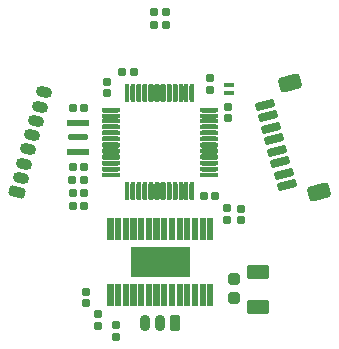
<source format=gbr>
%TF.GenerationSoftware,KiCad,Pcbnew,(6.0.0)*%
%TF.CreationDate,2022-02-06T18:29:28+08:00*%
%TF.ProjectId,STM32_FOC,53544d33-325f-4464-9f43-2e6b69636164,rev?*%
%TF.SameCoordinates,Original*%
%TF.FileFunction,Soldermask,Top*%
%TF.FilePolarity,Negative*%
%FSLAX46Y46*%
G04 Gerber Fmt 4.6, Leading zero omitted, Abs format (unit mm)*
G04 Created by KiCad (PCBNEW (6.0.0)) date 2022-02-06 18:29:28*
%MOMM*%
%LPD*%
G01*
G04 APERTURE LIST*
G04 Aperture macros list*
%AMRoundRect*
0 Rectangle with rounded corners*
0 $1 Rounding radius*
0 $2 $3 $4 $5 $6 $7 $8 $9 X,Y pos of 4 corners*
0 Add a 4 corners polygon primitive as box body*
4,1,4,$2,$3,$4,$5,$6,$7,$8,$9,$2,$3,0*
0 Add four circle primitives for the rounded corners*
1,1,$1+$1,$2,$3*
1,1,$1+$1,$4,$5*
1,1,$1+$1,$6,$7*
1,1,$1+$1,$8,$9*
0 Add four rect primitives between the rounded corners*
20,1,$1+$1,$2,$3,$4,$5,0*
20,1,$1+$1,$4,$5,$6,$7,0*
20,1,$1+$1,$6,$7,$8,$9,0*
20,1,$1+$1,$8,$9,$2,$3,0*%
%AMHorizOval*
0 Thick line with rounded ends*
0 $1 width*
0 $2 $3 position (X,Y) of the first rounded end (center of the circle)*
0 $4 $5 position (X,Y) of the second rounded end (center of the circle)*
0 Add line between two ends*
20,1,$1,$2,$3,$4,$5,0*
0 Add two circle primitives to create the rounded ends*
1,1,$1,$2,$3*
1,1,$1,$4,$5*%
G04 Aperture macros list end*
%ADD10C,0.010000*%
%ADD11RoundRect,0.191000X0.140000X0.170000X-0.140000X0.170000X-0.140000X-0.170000X0.140000X-0.170000X0*%
%ADD12RoundRect,0.191000X0.170000X-0.140000X0.170000X0.140000X-0.170000X0.140000X-0.170000X-0.140000X0*%
%ADD13RoundRect,0.191000X-0.140000X-0.170000X0.140000X-0.170000X0.140000X0.170000X-0.140000X0.170000X0*%
%ADD14RoundRect,0.191000X-0.170000X0.140000X-0.170000X-0.140000X0.170000X-0.140000X0.170000X0.140000X0*%
%ADD15RoundRect,0.126000X0.325000X-0.075000X0.325000X0.075000X-0.325000X0.075000X-0.325000X-0.075000X0*%
%ADD16RoundRect,0.186000X0.135000X0.185000X-0.135000X0.185000X-0.135000X-0.185000X0.135000X-0.185000X0*%
%ADD17RoundRect,0.186000X-0.185000X0.135000X-0.185000X-0.135000X0.185000X-0.135000X0.185000X0.135000X0*%
%ADD18RoundRect,0.051000X0.900000X-0.200000X0.900000X0.200000X-0.900000X0.200000X-0.900000X-0.200000X0*%
%ADD19RoundRect,0.051000X0.800000X-0.200000X0.800000X0.200000X-0.800000X0.200000X-0.800000X-0.200000X0*%
%ADD20RoundRect,0.301000X0.650000X-0.325000X0.650000X0.325000X-0.650000X0.325000X-0.650000X-0.325000X0*%
%ADD21RoundRect,0.198500X0.147500X0.172500X-0.147500X0.172500X-0.147500X-0.172500X0.147500X-0.172500X0*%
%ADD22RoundRect,0.186000X0.185000X-0.135000X0.185000X0.135000X-0.185000X0.135000X-0.185000X-0.135000X0*%
%ADD23RoundRect,0.126000X-0.662500X-0.075000X0.662500X-0.075000X0.662500X0.075000X-0.662500X0.075000X0*%
%ADD24RoundRect,0.126000X-0.075000X-0.662500X0.075000X-0.662500X0.075000X0.662500X-0.075000X0.662500X0*%
%ADD25RoundRect,0.201000X-0.642526X-0.016873X-0.564881X-0.306651X0.642526X0.016873X0.564881X0.306651X0*%
%ADD26RoundRect,0.301000X-0.718438X0.169842X-0.537265X-0.506306X0.718438X-0.169842X0.537265X0.506306X0*%
%ADD27RoundRect,0.186000X-0.135000X-0.185000X0.135000X-0.185000X0.135000X0.185000X-0.135000X0.185000X0*%
%ADD28RoundRect,0.276000X0.250000X-0.225000X0.250000X0.225000X-0.250000X0.225000X-0.250000X-0.225000X0*%
%ADD29RoundRect,0.251000X0.382903X-0.309654X0.486430X0.076717X-0.382903X0.309654X-0.486430X-0.076717X0*%
%ADD30HorizOval,0.902000X-0.241481X0.064705X0.241481X-0.064705X0*%
%ADD31RoundRect,0.251000X0.200000X0.450000X-0.200000X0.450000X-0.200000X-0.450000X0.200000X-0.450000X0*%
%ADD32O,0.902000X1.402000*%
G04 APERTURE END LIST*
D10*
%TO.C,U4*%
X99455000Y-110787500D02*
X99455000Y-109047500D01*
X99455000Y-109047500D02*
X99895000Y-109047500D01*
X99895000Y-109047500D02*
X99895000Y-110787500D01*
X99895000Y-110787500D02*
X99455000Y-110787500D01*
G36*
X99895000Y-110787500D02*
G01*
X99455000Y-110787500D01*
X99455000Y-109047500D01*
X99895000Y-109047500D01*
X99895000Y-110787500D01*
G37*
X99895000Y-110787500D02*
X99455000Y-110787500D01*
X99455000Y-109047500D01*
X99895000Y-109047500D01*
X99895000Y-110787500D01*
X96205000Y-110787500D02*
X96205000Y-109047500D01*
X96205000Y-109047500D02*
X96645000Y-109047500D01*
X96645000Y-109047500D02*
X96645000Y-110787500D01*
X96645000Y-110787500D02*
X96205000Y-110787500D01*
G36*
X96645000Y-110787500D02*
G01*
X96205000Y-110787500D01*
X96205000Y-109047500D01*
X96645000Y-109047500D01*
X96645000Y-110787500D01*
G37*
X96645000Y-110787500D02*
X96205000Y-110787500D01*
X96205000Y-109047500D01*
X96645000Y-109047500D01*
X96645000Y-110787500D01*
X101405000Y-105187500D02*
X101405000Y-103447500D01*
X101405000Y-103447500D02*
X101845000Y-103447500D01*
X101845000Y-103447500D02*
X101845000Y-105187500D01*
X101845000Y-105187500D02*
X101405000Y-105187500D01*
G36*
X101845000Y-105187500D02*
G01*
X101405000Y-105187500D01*
X101405000Y-103447500D01*
X101845000Y-103447500D01*
X101845000Y-105187500D01*
G37*
X101845000Y-105187500D02*
X101405000Y-105187500D01*
X101405000Y-103447500D01*
X101845000Y-103447500D01*
X101845000Y-105187500D01*
X98155000Y-105187500D02*
X98155000Y-103447500D01*
X98155000Y-103447500D02*
X98595000Y-103447500D01*
X98595000Y-103447500D02*
X98595000Y-105187500D01*
X98595000Y-105187500D02*
X98155000Y-105187500D01*
G36*
X98595000Y-105187500D02*
G01*
X98155000Y-105187500D01*
X98155000Y-103447500D01*
X98595000Y-103447500D01*
X98595000Y-105187500D01*
G37*
X98595000Y-105187500D02*
X98155000Y-105187500D01*
X98155000Y-103447500D01*
X98595000Y-103447500D01*
X98595000Y-105187500D01*
X104005000Y-105187500D02*
X104005000Y-103447500D01*
X104005000Y-103447500D02*
X104445000Y-103447500D01*
X104445000Y-103447500D02*
X104445000Y-105187500D01*
X104445000Y-105187500D02*
X104005000Y-105187500D01*
G36*
X104445000Y-105187500D02*
G01*
X104005000Y-105187500D01*
X104005000Y-103447500D01*
X104445000Y-103447500D01*
X104445000Y-105187500D01*
G37*
X104445000Y-105187500D02*
X104005000Y-105187500D01*
X104005000Y-103447500D01*
X104445000Y-103447500D01*
X104445000Y-105187500D01*
X102055000Y-110787500D02*
X102055000Y-109047500D01*
X102055000Y-109047500D02*
X102495000Y-109047500D01*
X102495000Y-109047500D02*
X102495000Y-110787500D01*
X102495000Y-110787500D02*
X102055000Y-110787500D01*
G36*
X102495000Y-110787500D02*
G01*
X102055000Y-110787500D01*
X102055000Y-109047500D01*
X102495000Y-109047500D01*
X102495000Y-110787500D01*
G37*
X102495000Y-110787500D02*
X102055000Y-110787500D01*
X102055000Y-109047500D01*
X102495000Y-109047500D01*
X102495000Y-110787500D01*
X95555000Y-105187500D02*
X95555000Y-103447500D01*
X95555000Y-103447500D02*
X95995000Y-103447500D01*
X95995000Y-103447500D02*
X95995000Y-105187500D01*
X95995000Y-105187500D02*
X95555000Y-105187500D01*
G36*
X95995000Y-105187500D02*
G01*
X95555000Y-105187500D01*
X95555000Y-103447500D01*
X95995000Y-103447500D01*
X95995000Y-105187500D01*
G37*
X95995000Y-105187500D02*
X95555000Y-105187500D01*
X95555000Y-103447500D01*
X95995000Y-103447500D01*
X95995000Y-105187500D01*
X100105000Y-110787500D02*
X100105000Y-109047500D01*
X100105000Y-109047500D02*
X100545000Y-109047500D01*
X100545000Y-109047500D02*
X100545000Y-110787500D01*
X100545000Y-110787500D02*
X100105000Y-110787500D01*
G36*
X100545000Y-110787500D02*
G01*
X100105000Y-110787500D01*
X100105000Y-109047500D01*
X100545000Y-109047500D01*
X100545000Y-110787500D01*
G37*
X100545000Y-110787500D02*
X100105000Y-110787500D01*
X100105000Y-109047500D01*
X100545000Y-109047500D01*
X100545000Y-110787500D01*
X95555000Y-110787500D02*
X95555000Y-109047500D01*
X95555000Y-109047500D02*
X95995000Y-109047500D01*
X95995000Y-109047500D02*
X95995000Y-110787500D01*
X95995000Y-110787500D02*
X95555000Y-110787500D01*
G36*
X95995000Y-110787500D02*
G01*
X95555000Y-110787500D01*
X95555000Y-109047500D01*
X95995000Y-109047500D01*
X95995000Y-110787500D01*
G37*
X95995000Y-110787500D02*
X95555000Y-110787500D01*
X95555000Y-109047500D01*
X95995000Y-109047500D01*
X95995000Y-110787500D01*
X100755000Y-110787500D02*
X100755000Y-109047500D01*
X100755000Y-109047500D02*
X101195000Y-109047500D01*
X101195000Y-109047500D02*
X101195000Y-110787500D01*
X101195000Y-110787500D02*
X100755000Y-110787500D01*
G36*
X101195000Y-110787500D02*
G01*
X100755000Y-110787500D01*
X100755000Y-109047500D01*
X101195000Y-109047500D01*
X101195000Y-110787500D01*
G37*
X101195000Y-110787500D02*
X100755000Y-110787500D01*
X100755000Y-109047500D01*
X101195000Y-109047500D01*
X101195000Y-110787500D01*
X103355000Y-110787500D02*
X103355000Y-109047500D01*
X103355000Y-109047500D02*
X103795000Y-109047500D01*
X103795000Y-109047500D02*
X103795000Y-110787500D01*
X103795000Y-110787500D02*
X103355000Y-110787500D01*
G36*
X103795000Y-110787500D02*
G01*
X103355000Y-110787500D01*
X103355000Y-109047500D01*
X103795000Y-109047500D01*
X103795000Y-110787500D01*
G37*
X103795000Y-110787500D02*
X103355000Y-110787500D01*
X103355000Y-109047500D01*
X103795000Y-109047500D01*
X103795000Y-110787500D01*
X102055000Y-105187500D02*
X102055000Y-103447500D01*
X102055000Y-103447500D02*
X102495000Y-103447500D01*
X102495000Y-103447500D02*
X102495000Y-105187500D01*
X102495000Y-105187500D02*
X102055000Y-105187500D01*
G36*
X102495000Y-105187500D02*
G01*
X102055000Y-105187500D01*
X102055000Y-103447500D01*
X102495000Y-103447500D01*
X102495000Y-105187500D01*
G37*
X102495000Y-105187500D02*
X102055000Y-105187500D01*
X102055000Y-103447500D01*
X102495000Y-103447500D01*
X102495000Y-105187500D01*
X96855000Y-105187500D02*
X96855000Y-103447500D01*
X96855000Y-103447500D02*
X97295000Y-103447500D01*
X97295000Y-103447500D02*
X97295000Y-105187500D01*
X97295000Y-105187500D02*
X96855000Y-105187500D01*
G36*
X97295000Y-105187500D02*
G01*
X96855000Y-105187500D01*
X96855000Y-103447500D01*
X97295000Y-103447500D01*
X97295000Y-105187500D01*
G37*
X97295000Y-105187500D02*
X96855000Y-105187500D01*
X96855000Y-103447500D01*
X97295000Y-103447500D01*
X97295000Y-105187500D01*
X103355000Y-105187500D02*
X103355000Y-103447500D01*
X103355000Y-103447500D02*
X103795000Y-103447500D01*
X103795000Y-103447500D02*
X103795000Y-105187500D01*
X103795000Y-105187500D02*
X103355000Y-105187500D01*
G36*
X103795000Y-105187500D02*
G01*
X103355000Y-105187500D01*
X103355000Y-103447500D01*
X103795000Y-103447500D01*
X103795000Y-105187500D01*
G37*
X103795000Y-105187500D02*
X103355000Y-105187500D01*
X103355000Y-103447500D01*
X103795000Y-103447500D01*
X103795000Y-105187500D01*
X100105000Y-105187500D02*
X100105000Y-103447500D01*
X100105000Y-103447500D02*
X100545000Y-103447500D01*
X100545000Y-103447500D02*
X100545000Y-105187500D01*
X100545000Y-105187500D02*
X100105000Y-105187500D01*
G36*
X100545000Y-105187500D02*
G01*
X100105000Y-105187500D01*
X100105000Y-103447500D01*
X100545000Y-103447500D01*
X100545000Y-105187500D01*
G37*
X100545000Y-105187500D02*
X100105000Y-105187500D01*
X100105000Y-103447500D01*
X100545000Y-103447500D01*
X100545000Y-105187500D01*
X96205000Y-105187500D02*
X96205000Y-103447500D01*
X96205000Y-103447500D02*
X96645000Y-103447500D01*
X96645000Y-103447500D02*
X96645000Y-105187500D01*
X96645000Y-105187500D02*
X96205000Y-105187500D01*
G36*
X96645000Y-105187500D02*
G01*
X96205000Y-105187500D01*
X96205000Y-103447500D01*
X96645000Y-103447500D01*
X96645000Y-105187500D01*
G37*
X96645000Y-105187500D02*
X96205000Y-105187500D01*
X96205000Y-103447500D01*
X96645000Y-103447500D01*
X96645000Y-105187500D01*
X98805000Y-105187500D02*
X98805000Y-103447500D01*
X98805000Y-103447500D02*
X99245000Y-103447500D01*
X99245000Y-103447500D02*
X99245000Y-105187500D01*
X99245000Y-105187500D02*
X98805000Y-105187500D01*
G36*
X99245000Y-105187500D02*
G01*
X98805000Y-105187500D01*
X98805000Y-103447500D01*
X99245000Y-103447500D01*
X99245000Y-105187500D01*
G37*
X99245000Y-105187500D02*
X98805000Y-105187500D01*
X98805000Y-103447500D01*
X99245000Y-103447500D01*
X99245000Y-105187500D01*
X98155000Y-110787500D02*
X98155000Y-109047500D01*
X98155000Y-109047500D02*
X98595000Y-109047500D01*
X98595000Y-109047500D02*
X98595000Y-110787500D01*
X98595000Y-110787500D02*
X98155000Y-110787500D01*
G36*
X98595000Y-110787500D02*
G01*
X98155000Y-110787500D01*
X98155000Y-109047500D01*
X98595000Y-109047500D01*
X98595000Y-110787500D01*
G37*
X98595000Y-110787500D02*
X98155000Y-110787500D01*
X98155000Y-109047500D01*
X98595000Y-109047500D01*
X98595000Y-110787500D01*
X102705000Y-110787500D02*
X102705000Y-109047500D01*
X102705000Y-109047500D02*
X103145000Y-109047500D01*
X103145000Y-109047500D02*
X103145000Y-110787500D01*
X103145000Y-110787500D02*
X102705000Y-110787500D01*
G36*
X103145000Y-110787500D02*
G01*
X102705000Y-110787500D01*
X102705000Y-109047500D01*
X103145000Y-109047500D01*
X103145000Y-110787500D01*
G37*
X103145000Y-110787500D02*
X102705000Y-110787500D01*
X102705000Y-109047500D01*
X103145000Y-109047500D01*
X103145000Y-110787500D01*
X98805000Y-110787500D02*
X98805000Y-109047500D01*
X98805000Y-109047500D02*
X99245000Y-109047500D01*
X99245000Y-109047500D02*
X99245000Y-110787500D01*
X99245000Y-110787500D02*
X98805000Y-110787500D01*
G36*
X99245000Y-110787500D02*
G01*
X98805000Y-110787500D01*
X98805000Y-109047500D01*
X99245000Y-109047500D01*
X99245000Y-110787500D01*
G37*
X99245000Y-110787500D02*
X98805000Y-110787500D01*
X98805000Y-109047500D01*
X99245000Y-109047500D01*
X99245000Y-110787500D01*
X97505000Y-110787500D02*
X97505000Y-109047500D01*
X97505000Y-109047500D02*
X97945000Y-109047500D01*
X97945000Y-109047500D02*
X97945000Y-110787500D01*
X97945000Y-110787500D02*
X97505000Y-110787500D01*
G36*
X97945000Y-110787500D02*
G01*
X97505000Y-110787500D01*
X97505000Y-109047500D01*
X97945000Y-109047500D01*
X97945000Y-110787500D01*
G37*
X97945000Y-110787500D02*
X97505000Y-110787500D01*
X97505000Y-109047500D01*
X97945000Y-109047500D01*
X97945000Y-110787500D01*
X99455000Y-105187500D02*
X99455000Y-103447500D01*
X99455000Y-103447500D02*
X99895000Y-103447500D01*
X99895000Y-103447500D02*
X99895000Y-105187500D01*
X99895000Y-105187500D02*
X99455000Y-105187500D01*
G36*
X99895000Y-105187500D02*
G01*
X99455000Y-105187500D01*
X99455000Y-103447500D01*
X99895000Y-103447500D01*
X99895000Y-105187500D01*
G37*
X99895000Y-105187500D02*
X99455000Y-105187500D01*
X99455000Y-103447500D01*
X99895000Y-103447500D01*
X99895000Y-105187500D01*
X96855000Y-110787500D02*
X96855000Y-109047500D01*
X96855000Y-109047500D02*
X97295000Y-109047500D01*
X97295000Y-109047500D02*
X97295000Y-110787500D01*
X97295000Y-110787500D02*
X96855000Y-110787500D01*
G36*
X97295000Y-110787500D02*
G01*
X96855000Y-110787500D01*
X96855000Y-109047500D01*
X97295000Y-109047500D01*
X97295000Y-110787500D01*
G37*
X97295000Y-110787500D02*
X96855000Y-110787500D01*
X96855000Y-109047500D01*
X97295000Y-109047500D01*
X97295000Y-110787500D01*
X101405000Y-110787500D02*
X101405000Y-109047500D01*
X101405000Y-109047500D02*
X101845000Y-109047500D01*
X101845000Y-109047500D02*
X101845000Y-110787500D01*
X101845000Y-110787500D02*
X101405000Y-110787500D01*
G36*
X101845000Y-110787500D02*
G01*
X101405000Y-110787500D01*
X101405000Y-109047500D01*
X101845000Y-109047500D01*
X101845000Y-110787500D01*
G37*
X101845000Y-110787500D02*
X101405000Y-110787500D01*
X101405000Y-109047500D01*
X101845000Y-109047500D01*
X101845000Y-110787500D01*
X97520000Y-108317500D02*
X97520000Y-105917500D01*
X97520000Y-105917500D02*
X102480000Y-105917500D01*
X102480000Y-105917500D02*
X102480000Y-108317500D01*
X102480000Y-108317500D02*
X97520000Y-108317500D01*
G36*
X102480000Y-108317500D02*
G01*
X97520000Y-108317500D01*
X97520000Y-105917500D01*
X102480000Y-105917500D01*
X102480000Y-108317500D01*
G37*
X102480000Y-108317500D02*
X97520000Y-108317500D01*
X97520000Y-105917500D01*
X102480000Y-105917500D01*
X102480000Y-108317500D01*
X102705000Y-105187500D02*
X102705000Y-103447500D01*
X102705000Y-103447500D02*
X103145000Y-103447500D01*
X103145000Y-103447500D02*
X103145000Y-105187500D01*
X103145000Y-105187500D02*
X102705000Y-105187500D01*
G36*
X103145000Y-105187500D02*
G01*
X102705000Y-105187500D01*
X102705000Y-103447500D01*
X103145000Y-103447500D01*
X103145000Y-105187500D01*
G37*
X103145000Y-105187500D02*
X102705000Y-105187500D01*
X102705000Y-103447500D01*
X103145000Y-103447500D01*
X103145000Y-105187500D01*
X97505000Y-105187500D02*
X97505000Y-103447500D01*
X97505000Y-103447500D02*
X97945000Y-103447500D01*
X97945000Y-103447500D02*
X97945000Y-105187500D01*
X97945000Y-105187500D02*
X97505000Y-105187500D01*
G36*
X97945000Y-105187500D02*
G01*
X97505000Y-105187500D01*
X97505000Y-103447500D01*
X97945000Y-103447500D01*
X97945000Y-105187500D01*
G37*
X97945000Y-105187500D02*
X97505000Y-105187500D01*
X97505000Y-103447500D01*
X97945000Y-103447500D01*
X97945000Y-105187500D01*
X100755000Y-105187500D02*
X100755000Y-103447500D01*
X100755000Y-103447500D02*
X101195000Y-103447500D01*
X101195000Y-103447500D02*
X101195000Y-105187500D01*
X101195000Y-105187500D02*
X100755000Y-105187500D01*
G36*
X101195000Y-105187500D02*
G01*
X100755000Y-105187500D01*
X100755000Y-103447500D01*
X101195000Y-103447500D01*
X101195000Y-105187500D01*
G37*
X101195000Y-105187500D02*
X100755000Y-105187500D01*
X100755000Y-103447500D01*
X101195000Y-103447500D01*
X101195000Y-105187500D01*
X104005000Y-110787500D02*
X104005000Y-109047500D01*
X104005000Y-109047500D02*
X104445000Y-109047500D01*
X104445000Y-109047500D02*
X104445000Y-110787500D01*
X104445000Y-110787500D02*
X104005000Y-110787500D01*
G36*
X104445000Y-110787500D02*
G01*
X104005000Y-110787500D01*
X104005000Y-109047500D01*
X104445000Y-109047500D01*
X104445000Y-110787500D01*
G37*
X104445000Y-110787500D02*
X104005000Y-110787500D01*
X104005000Y-109047500D01*
X104445000Y-109047500D01*
X104445000Y-110787500D01*
X99455000Y-110787500D02*
X99455000Y-109047500D01*
X99455000Y-109047500D02*
X99895000Y-109047500D01*
X99895000Y-109047500D02*
X99895000Y-110787500D01*
X99895000Y-110787500D02*
X99455000Y-110787500D01*
G36*
X99895000Y-110787500D02*
G01*
X99455000Y-110787500D01*
X99455000Y-109047500D01*
X99895000Y-109047500D01*
X99895000Y-110787500D01*
G37*
X99895000Y-110787500D02*
X99455000Y-110787500D01*
X99455000Y-109047500D01*
X99895000Y-109047500D01*
X99895000Y-110787500D01*
X96205000Y-110787500D02*
X96205000Y-109047500D01*
X96205000Y-109047500D02*
X96645000Y-109047500D01*
X96645000Y-109047500D02*
X96645000Y-110787500D01*
X96645000Y-110787500D02*
X96205000Y-110787500D01*
G36*
X96645000Y-110787500D02*
G01*
X96205000Y-110787500D01*
X96205000Y-109047500D01*
X96645000Y-109047500D01*
X96645000Y-110787500D01*
G37*
X96645000Y-110787500D02*
X96205000Y-110787500D01*
X96205000Y-109047500D01*
X96645000Y-109047500D01*
X96645000Y-110787500D01*
X101405000Y-105187500D02*
X101405000Y-103447500D01*
X101405000Y-103447500D02*
X101845000Y-103447500D01*
X101845000Y-103447500D02*
X101845000Y-105187500D01*
X101845000Y-105187500D02*
X101405000Y-105187500D01*
G36*
X101845000Y-105187500D02*
G01*
X101405000Y-105187500D01*
X101405000Y-103447500D01*
X101845000Y-103447500D01*
X101845000Y-105187500D01*
G37*
X101845000Y-105187500D02*
X101405000Y-105187500D01*
X101405000Y-103447500D01*
X101845000Y-103447500D01*
X101845000Y-105187500D01*
X98155000Y-105187500D02*
X98155000Y-103447500D01*
X98155000Y-103447500D02*
X98595000Y-103447500D01*
X98595000Y-103447500D02*
X98595000Y-105187500D01*
X98595000Y-105187500D02*
X98155000Y-105187500D01*
G36*
X98595000Y-105187500D02*
G01*
X98155000Y-105187500D01*
X98155000Y-103447500D01*
X98595000Y-103447500D01*
X98595000Y-105187500D01*
G37*
X98595000Y-105187500D02*
X98155000Y-105187500D01*
X98155000Y-103447500D01*
X98595000Y-103447500D01*
X98595000Y-105187500D01*
X104005000Y-105187500D02*
X104005000Y-103447500D01*
X104005000Y-103447500D02*
X104445000Y-103447500D01*
X104445000Y-103447500D02*
X104445000Y-105187500D01*
X104445000Y-105187500D02*
X104005000Y-105187500D01*
G36*
X104445000Y-105187500D02*
G01*
X104005000Y-105187500D01*
X104005000Y-103447500D01*
X104445000Y-103447500D01*
X104445000Y-105187500D01*
G37*
X104445000Y-105187500D02*
X104005000Y-105187500D01*
X104005000Y-103447500D01*
X104445000Y-103447500D01*
X104445000Y-105187500D01*
X102055000Y-110787500D02*
X102055000Y-109047500D01*
X102055000Y-109047500D02*
X102495000Y-109047500D01*
X102495000Y-109047500D02*
X102495000Y-110787500D01*
X102495000Y-110787500D02*
X102055000Y-110787500D01*
G36*
X102495000Y-110787500D02*
G01*
X102055000Y-110787500D01*
X102055000Y-109047500D01*
X102495000Y-109047500D01*
X102495000Y-110787500D01*
G37*
X102495000Y-110787500D02*
X102055000Y-110787500D01*
X102055000Y-109047500D01*
X102495000Y-109047500D01*
X102495000Y-110787500D01*
X95555000Y-105187500D02*
X95555000Y-103447500D01*
X95555000Y-103447500D02*
X95995000Y-103447500D01*
X95995000Y-103447500D02*
X95995000Y-105187500D01*
X95995000Y-105187500D02*
X95555000Y-105187500D01*
G36*
X95995000Y-105187500D02*
G01*
X95555000Y-105187500D01*
X95555000Y-103447500D01*
X95995000Y-103447500D01*
X95995000Y-105187500D01*
G37*
X95995000Y-105187500D02*
X95555000Y-105187500D01*
X95555000Y-103447500D01*
X95995000Y-103447500D01*
X95995000Y-105187500D01*
X100105000Y-110787500D02*
X100105000Y-109047500D01*
X100105000Y-109047500D02*
X100545000Y-109047500D01*
X100545000Y-109047500D02*
X100545000Y-110787500D01*
X100545000Y-110787500D02*
X100105000Y-110787500D01*
G36*
X100545000Y-110787500D02*
G01*
X100105000Y-110787500D01*
X100105000Y-109047500D01*
X100545000Y-109047500D01*
X100545000Y-110787500D01*
G37*
X100545000Y-110787500D02*
X100105000Y-110787500D01*
X100105000Y-109047500D01*
X100545000Y-109047500D01*
X100545000Y-110787500D01*
X95555000Y-110787500D02*
X95555000Y-109047500D01*
X95555000Y-109047500D02*
X95995000Y-109047500D01*
X95995000Y-109047500D02*
X95995000Y-110787500D01*
X95995000Y-110787500D02*
X95555000Y-110787500D01*
G36*
X95995000Y-110787500D02*
G01*
X95555000Y-110787500D01*
X95555000Y-109047500D01*
X95995000Y-109047500D01*
X95995000Y-110787500D01*
G37*
X95995000Y-110787500D02*
X95555000Y-110787500D01*
X95555000Y-109047500D01*
X95995000Y-109047500D01*
X95995000Y-110787500D01*
X100755000Y-110787500D02*
X100755000Y-109047500D01*
X100755000Y-109047500D02*
X101195000Y-109047500D01*
X101195000Y-109047500D02*
X101195000Y-110787500D01*
X101195000Y-110787500D02*
X100755000Y-110787500D01*
G36*
X101195000Y-110787500D02*
G01*
X100755000Y-110787500D01*
X100755000Y-109047500D01*
X101195000Y-109047500D01*
X101195000Y-110787500D01*
G37*
X101195000Y-110787500D02*
X100755000Y-110787500D01*
X100755000Y-109047500D01*
X101195000Y-109047500D01*
X101195000Y-110787500D01*
X103355000Y-110787500D02*
X103355000Y-109047500D01*
X103355000Y-109047500D02*
X103795000Y-109047500D01*
X103795000Y-109047500D02*
X103795000Y-110787500D01*
X103795000Y-110787500D02*
X103355000Y-110787500D01*
G36*
X103795000Y-110787500D02*
G01*
X103355000Y-110787500D01*
X103355000Y-109047500D01*
X103795000Y-109047500D01*
X103795000Y-110787500D01*
G37*
X103795000Y-110787500D02*
X103355000Y-110787500D01*
X103355000Y-109047500D01*
X103795000Y-109047500D01*
X103795000Y-110787500D01*
X102055000Y-105187500D02*
X102055000Y-103447500D01*
X102055000Y-103447500D02*
X102495000Y-103447500D01*
X102495000Y-103447500D02*
X102495000Y-105187500D01*
X102495000Y-105187500D02*
X102055000Y-105187500D01*
G36*
X102495000Y-105187500D02*
G01*
X102055000Y-105187500D01*
X102055000Y-103447500D01*
X102495000Y-103447500D01*
X102495000Y-105187500D01*
G37*
X102495000Y-105187500D02*
X102055000Y-105187500D01*
X102055000Y-103447500D01*
X102495000Y-103447500D01*
X102495000Y-105187500D01*
X96855000Y-105187500D02*
X96855000Y-103447500D01*
X96855000Y-103447500D02*
X97295000Y-103447500D01*
X97295000Y-103447500D02*
X97295000Y-105187500D01*
X97295000Y-105187500D02*
X96855000Y-105187500D01*
G36*
X97295000Y-105187500D02*
G01*
X96855000Y-105187500D01*
X96855000Y-103447500D01*
X97295000Y-103447500D01*
X97295000Y-105187500D01*
G37*
X97295000Y-105187500D02*
X96855000Y-105187500D01*
X96855000Y-103447500D01*
X97295000Y-103447500D01*
X97295000Y-105187500D01*
X103355000Y-105187500D02*
X103355000Y-103447500D01*
X103355000Y-103447500D02*
X103795000Y-103447500D01*
X103795000Y-103447500D02*
X103795000Y-105187500D01*
X103795000Y-105187500D02*
X103355000Y-105187500D01*
G36*
X103795000Y-105187500D02*
G01*
X103355000Y-105187500D01*
X103355000Y-103447500D01*
X103795000Y-103447500D01*
X103795000Y-105187500D01*
G37*
X103795000Y-105187500D02*
X103355000Y-105187500D01*
X103355000Y-103447500D01*
X103795000Y-103447500D01*
X103795000Y-105187500D01*
X100105000Y-105187500D02*
X100105000Y-103447500D01*
X100105000Y-103447500D02*
X100545000Y-103447500D01*
X100545000Y-103447500D02*
X100545000Y-105187500D01*
X100545000Y-105187500D02*
X100105000Y-105187500D01*
G36*
X100545000Y-105187500D02*
G01*
X100105000Y-105187500D01*
X100105000Y-103447500D01*
X100545000Y-103447500D01*
X100545000Y-105187500D01*
G37*
X100545000Y-105187500D02*
X100105000Y-105187500D01*
X100105000Y-103447500D01*
X100545000Y-103447500D01*
X100545000Y-105187500D01*
X96205000Y-105187500D02*
X96205000Y-103447500D01*
X96205000Y-103447500D02*
X96645000Y-103447500D01*
X96645000Y-103447500D02*
X96645000Y-105187500D01*
X96645000Y-105187500D02*
X96205000Y-105187500D01*
G36*
X96645000Y-105187500D02*
G01*
X96205000Y-105187500D01*
X96205000Y-103447500D01*
X96645000Y-103447500D01*
X96645000Y-105187500D01*
G37*
X96645000Y-105187500D02*
X96205000Y-105187500D01*
X96205000Y-103447500D01*
X96645000Y-103447500D01*
X96645000Y-105187500D01*
X98805000Y-105187500D02*
X98805000Y-103447500D01*
X98805000Y-103447500D02*
X99245000Y-103447500D01*
X99245000Y-103447500D02*
X99245000Y-105187500D01*
X99245000Y-105187500D02*
X98805000Y-105187500D01*
G36*
X99245000Y-105187500D02*
G01*
X98805000Y-105187500D01*
X98805000Y-103447500D01*
X99245000Y-103447500D01*
X99245000Y-105187500D01*
G37*
X99245000Y-105187500D02*
X98805000Y-105187500D01*
X98805000Y-103447500D01*
X99245000Y-103447500D01*
X99245000Y-105187500D01*
X98155000Y-110787500D02*
X98155000Y-109047500D01*
X98155000Y-109047500D02*
X98595000Y-109047500D01*
X98595000Y-109047500D02*
X98595000Y-110787500D01*
X98595000Y-110787500D02*
X98155000Y-110787500D01*
G36*
X98595000Y-110787500D02*
G01*
X98155000Y-110787500D01*
X98155000Y-109047500D01*
X98595000Y-109047500D01*
X98595000Y-110787500D01*
G37*
X98595000Y-110787500D02*
X98155000Y-110787500D01*
X98155000Y-109047500D01*
X98595000Y-109047500D01*
X98595000Y-110787500D01*
X102705000Y-110787500D02*
X102705000Y-109047500D01*
X102705000Y-109047500D02*
X103145000Y-109047500D01*
X103145000Y-109047500D02*
X103145000Y-110787500D01*
X103145000Y-110787500D02*
X102705000Y-110787500D01*
G36*
X103145000Y-110787500D02*
G01*
X102705000Y-110787500D01*
X102705000Y-109047500D01*
X103145000Y-109047500D01*
X103145000Y-110787500D01*
G37*
X103145000Y-110787500D02*
X102705000Y-110787500D01*
X102705000Y-109047500D01*
X103145000Y-109047500D01*
X103145000Y-110787500D01*
X98805000Y-110787500D02*
X98805000Y-109047500D01*
X98805000Y-109047500D02*
X99245000Y-109047500D01*
X99245000Y-109047500D02*
X99245000Y-110787500D01*
X99245000Y-110787500D02*
X98805000Y-110787500D01*
G36*
X99245000Y-110787500D02*
G01*
X98805000Y-110787500D01*
X98805000Y-109047500D01*
X99245000Y-109047500D01*
X99245000Y-110787500D01*
G37*
X99245000Y-110787500D02*
X98805000Y-110787500D01*
X98805000Y-109047500D01*
X99245000Y-109047500D01*
X99245000Y-110787500D01*
X97505000Y-110787500D02*
X97505000Y-109047500D01*
X97505000Y-109047500D02*
X97945000Y-109047500D01*
X97945000Y-109047500D02*
X97945000Y-110787500D01*
X97945000Y-110787500D02*
X97505000Y-110787500D01*
G36*
X97945000Y-110787500D02*
G01*
X97505000Y-110787500D01*
X97505000Y-109047500D01*
X97945000Y-109047500D01*
X97945000Y-110787500D01*
G37*
X97945000Y-110787500D02*
X97505000Y-110787500D01*
X97505000Y-109047500D01*
X97945000Y-109047500D01*
X97945000Y-110787500D01*
X99455000Y-105187500D02*
X99455000Y-103447500D01*
X99455000Y-103447500D02*
X99895000Y-103447500D01*
X99895000Y-103447500D02*
X99895000Y-105187500D01*
X99895000Y-105187500D02*
X99455000Y-105187500D01*
G36*
X99895000Y-105187500D02*
G01*
X99455000Y-105187500D01*
X99455000Y-103447500D01*
X99895000Y-103447500D01*
X99895000Y-105187500D01*
G37*
X99895000Y-105187500D02*
X99455000Y-105187500D01*
X99455000Y-103447500D01*
X99895000Y-103447500D01*
X99895000Y-105187500D01*
X96855000Y-110787500D02*
X96855000Y-109047500D01*
X96855000Y-109047500D02*
X97295000Y-109047500D01*
X97295000Y-109047500D02*
X97295000Y-110787500D01*
X97295000Y-110787500D02*
X96855000Y-110787500D01*
G36*
X97295000Y-110787500D02*
G01*
X96855000Y-110787500D01*
X96855000Y-109047500D01*
X97295000Y-109047500D01*
X97295000Y-110787500D01*
G37*
X97295000Y-110787500D02*
X96855000Y-110787500D01*
X96855000Y-109047500D01*
X97295000Y-109047500D01*
X97295000Y-110787500D01*
X101405000Y-110787500D02*
X101405000Y-109047500D01*
X101405000Y-109047500D02*
X101845000Y-109047500D01*
X101845000Y-109047500D02*
X101845000Y-110787500D01*
X101845000Y-110787500D02*
X101405000Y-110787500D01*
G36*
X101845000Y-110787500D02*
G01*
X101405000Y-110787500D01*
X101405000Y-109047500D01*
X101845000Y-109047500D01*
X101845000Y-110787500D01*
G37*
X101845000Y-110787500D02*
X101405000Y-110787500D01*
X101405000Y-109047500D01*
X101845000Y-109047500D01*
X101845000Y-110787500D01*
X97520000Y-108317500D02*
X97520000Y-105917500D01*
X97520000Y-105917500D02*
X102480000Y-105917500D01*
X102480000Y-105917500D02*
X102480000Y-108317500D01*
X102480000Y-108317500D02*
X97520000Y-108317500D01*
G36*
X102480000Y-108317500D02*
G01*
X97520000Y-108317500D01*
X97520000Y-105917500D01*
X102480000Y-105917500D01*
X102480000Y-108317500D01*
G37*
X102480000Y-108317500D02*
X97520000Y-108317500D01*
X97520000Y-105917500D01*
X102480000Y-105917500D01*
X102480000Y-108317500D01*
X102705000Y-105187500D02*
X102705000Y-103447500D01*
X102705000Y-103447500D02*
X103145000Y-103447500D01*
X103145000Y-103447500D02*
X103145000Y-105187500D01*
X103145000Y-105187500D02*
X102705000Y-105187500D01*
G36*
X103145000Y-105187500D02*
G01*
X102705000Y-105187500D01*
X102705000Y-103447500D01*
X103145000Y-103447500D01*
X103145000Y-105187500D01*
G37*
X103145000Y-105187500D02*
X102705000Y-105187500D01*
X102705000Y-103447500D01*
X103145000Y-103447500D01*
X103145000Y-105187500D01*
X97505000Y-105187500D02*
X97505000Y-103447500D01*
X97505000Y-103447500D02*
X97945000Y-103447500D01*
X97945000Y-103447500D02*
X97945000Y-105187500D01*
X97945000Y-105187500D02*
X97505000Y-105187500D01*
G36*
X97945000Y-105187500D02*
G01*
X97505000Y-105187500D01*
X97505000Y-103447500D01*
X97945000Y-103447500D01*
X97945000Y-105187500D01*
G37*
X97945000Y-105187500D02*
X97505000Y-105187500D01*
X97505000Y-103447500D01*
X97945000Y-103447500D01*
X97945000Y-105187500D01*
X100755000Y-105187500D02*
X100755000Y-103447500D01*
X100755000Y-103447500D02*
X101195000Y-103447500D01*
X101195000Y-103447500D02*
X101195000Y-105187500D01*
X101195000Y-105187500D02*
X100755000Y-105187500D01*
G36*
X101195000Y-105187500D02*
G01*
X100755000Y-105187500D01*
X100755000Y-103447500D01*
X101195000Y-103447500D01*
X101195000Y-105187500D01*
G37*
X101195000Y-105187500D02*
X100755000Y-105187500D01*
X100755000Y-103447500D01*
X101195000Y-103447500D01*
X101195000Y-105187500D01*
X104005000Y-110787500D02*
X104005000Y-109047500D01*
X104005000Y-109047500D02*
X104445000Y-109047500D01*
X104445000Y-109047500D02*
X104445000Y-110787500D01*
X104445000Y-110787500D02*
X104005000Y-110787500D01*
G36*
X104445000Y-110787500D02*
G01*
X104005000Y-110787500D01*
X104005000Y-109047500D01*
X104445000Y-109047500D01*
X104445000Y-110787500D01*
G37*
X104445000Y-110787500D02*
X104005000Y-110787500D01*
X104005000Y-109047500D01*
X104445000Y-109047500D01*
X104445000Y-110787500D01*
%TD*%
D11*
%TO.C,C1*%
X93580000Y-99100000D03*
X92620000Y-99100000D03*
%TD*%
D12*
%TO.C,C2*%
X95500000Y-92880000D03*
X95500000Y-91920000D03*
%TD*%
D11*
%TO.C,C3*%
X93580000Y-102400000D03*
X92620000Y-102400000D03*
%TD*%
%TO.C,C4*%
X93580000Y-94100000D03*
X92620000Y-94100000D03*
%TD*%
D13*
%TO.C,C9*%
X96820000Y-91100000D03*
X97780000Y-91100000D03*
%TD*%
D12*
%TO.C,C14*%
X96275000Y-113480000D03*
X96275000Y-112520000D03*
%TD*%
D14*
%TO.C,C16*%
X94750000Y-111570000D03*
X94750000Y-112530000D03*
%TD*%
D15*
%TO.C,JP1*%
X105850000Y-92800000D03*
X105850000Y-92200000D03*
%TD*%
D16*
%TO.C,R2*%
X100510000Y-87050000D03*
X99490000Y-87050000D03*
%TD*%
D17*
%TO.C,R8*%
X105670000Y-102570000D03*
X105670000Y-103590000D03*
%TD*%
D18*
%TO.C,Y1*%
X93070000Y-97800000D03*
X93070000Y-95400000D03*
D19*
X93070000Y-96600000D03*
%TD*%
D13*
%TO.C,C5*%
X103720000Y-101600000D03*
X104680000Y-101600000D03*
%TD*%
D14*
%TO.C,C17*%
X93750000Y-109670000D03*
X93750000Y-110630000D03*
%TD*%
D20*
%TO.C,C15*%
X108280000Y-110965000D03*
X108280000Y-108015000D03*
%TD*%
D21*
%TO.C,D1*%
X100485000Y-86000000D03*
X99515000Y-86000000D03*
%TD*%
D22*
%TO.C,R1*%
X104200000Y-92560000D03*
X104200000Y-91540000D03*
%TD*%
D12*
%TO.C,C20*%
X106850000Y-103590000D03*
X106850000Y-102630000D03*
%TD*%
D23*
%TO.C,U1*%
X95837500Y-94250000D03*
X95837500Y-94750000D03*
X95837500Y-95250000D03*
X95837500Y-95750000D03*
X95837500Y-96250000D03*
X95837500Y-96750000D03*
X95837500Y-97250000D03*
X95837500Y-97750000D03*
X95837500Y-98250000D03*
X95837500Y-98750000D03*
X95837500Y-99250000D03*
X95837500Y-99750000D03*
D24*
X97250000Y-101162500D03*
X97750000Y-101162500D03*
X98250000Y-101162500D03*
X98750000Y-101162500D03*
X99250000Y-101162500D03*
X99750000Y-101162500D03*
X100250000Y-101162500D03*
X100750000Y-101162500D03*
X101250000Y-101162500D03*
X101750000Y-101162500D03*
X102250000Y-101162500D03*
X102750000Y-101162500D03*
D23*
X104162500Y-99750000D03*
X104162500Y-99250000D03*
X104162500Y-98750000D03*
X104162500Y-98250000D03*
X104162500Y-97750000D03*
X104162500Y-97250000D03*
X104162500Y-96750000D03*
X104162500Y-96250000D03*
X104162500Y-95750000D03*
X104162500Y-95250000D03*
X104162500Y-94750000D03*
X104162500Y-94250000D03*
D24*
X102750000Y-92837500D03*
X102250000Y-92837500D03*
X101750000Y-92837500D03*
X101250000Y-92837500D03*
X100750000Y-92837500D03*
X100250000Y-92837500D03*
X99750000Y-92837500D03*
X99250000Y-92837500D03*
X98750000Y-92837500D03*
X98250000Y-92837500D03*
X97750000Y-92837500D03*
X97250000Y-92837500D03*
%TD*%
D14*
%TO.C,C8*%
X105800000Y-94020000D03*
X105800000Y-94980000D03*
%TD*%
D11*
%TO.C,C6*%
X93580000Y-101300000D03*
X92620000Y-101300000D03*
%TD*%
D25*
%TO.C,J2*%
X108914282Y-93862195D03*
X109173101Y-94828121D03*
X109431920Y-95794046D03*
X109690739Y-96759972D03*
X109949558Y-97725898D03*
X110208377Y-98691824D03*
X110467196Y-99657750D03*
X110726015Y-100623676D03*
D26*
X113501442Y-101225861D03*
X111016780Y-91952973D03*
%TD*%
D27*
%TO.C,R3*%
X92590000Y-100200000D03*
X93610000Y-100200000D03*
%TD*%
D28*
%TO.C,C13*%
X106250000Y-110175000D03*
X106250000Y-108625000D03*
%TD*%
D29*
%TO.C,J3*%
X87882381Y-101237036D03*
D30*
X88205905Y-100029629D03*
X88529429Y-98822221D03*
X88852952Y-97614814D03*
X89176476Y-96407407D03*
X89500000Y-95200000D03*
X89823524Y-93992592D03*
X90147048Y-92785185D03*
%TD*%
D31*
%TO.C,J1*%
X101250000Y-112350000D03*
D32*
X100000000Y-112350000D03*
X98750000Y-112350000D03*
%TD*%
G36*
X98550587Y-100503606D02*
G01*
X98551000Y-100504824D01*
X98551000Y-101820207D01*
X98550000Y-101821939D01*
X98548000Y-101821939D01*
X98547337Y-101821318D01*
X98526578Y-101790248D01*
X98490670Y-101783105D01*
X98460045Y-101803567D01*
X98452848Y-101820941D01*
X98451261Y-101822159D01*
X98449413Y-101821394D01*
X98449000Y-101820176D01*
X98449000Y-100504793D01*
X98450000Y-100503061D01*
X98452000Y-100503061D01*
X98452663Y-100503682D01*
X98473422Y-100534752D01*
X98509330Y-100541895D01*
X98539955Y-100521433D01*
X98547152Y-100504059D01*
X98548739Y-100502841D01*
X98550587Y-100503606D01*
G37*
G36*
X101050587Y-100503606D02*
G01*
X101051000Y-100504824D01*
X101051000Y-101820207D01*
X101050000Y-101821939D01*
X101048000Y-101821939D01*
X101047337Y-101821318D01*
X101026578Y-101790248D01*
X100990670Y-101783105D01*
X100960045Y-101803567D01*
X100952848Y-101820941D01*
X100951261Y-101822159D01*
X100949413Y-101821394D01*
X100949000Y-101820176D01*
X100949000Y-100504793D01*
X100950000Y-100503061D01*
X100952000Y-100503061D01*
X100952663Y-100503682D01*
X100973422Y-100534752D01*
X101009330Y-100541895D01*
X101039955Y-100521433D01*
X101047152Y-100504059D01*
X101048739Y-100502841D01*
X101050587Y-100503606D01*
G37*
G36*
X99050587Y-100503606D02*
G01*
X99051000Y-100504824D01*
X99051000Y-101820207D01*
X99050000Y-101821939D01*
X99048000Y-101821939D01*
X99047337Y-101821318D01*
X99026578Y-101790248D01*
X98990670Y-101783105D01*
X98960045Y-101803567D01*
X98952848Y-101820941D01*
X98951261Y-101822159D01*
X98949413Y-101821394D01*
X98949000Y-101820176D01*
X98949000Y-100504793D01*
X98950000Y-100503061D01*
X98952000Y-100503061D01*
X98952663Y-100503682D01*
X98973422Y-100534752D01*
X99009330Y-100541895D01*
X99039955Y-100521433D01*
X99047152Y-100504059D01*
X99048739Y-100502841D01*
X99050587Y-100503606D01*
G37*
G36*
X98050587Y-100503606D02*
G01*
X98051000Y-100504824D01*
X98051000Y-101820207D01*
X98050000Y-101821939D01*
X98048000Y-101821939D01*
X98047337Y-101821318D01*
X98026578Y-101790248D01*
X97990670Y-101783105D01*
X97960045Y-101803567D01*
X97952848Y-101820941D01*
X97951261Y-101822159D01*
X97949413Y-101821394D01*
X97949000Y-101820176D01*
X97949000Y-100504793D01*
X97950000Y-100503061D01*
X97952000Y-100503061D01*
X97952663Y-100503682D01*
X97973422Y-100534752D01*
X98009330Y-100541895D01*
X98039955Y-100521433D01*
X98047152Y-100504059D01*
X98048739Y-100502841D01*
X98050587Y-100503606D01*
G37*
G36*
X100050587Y-100503606D02*
G01*
X100051000Y-100504824D01*
X100051000Y-101820207D01*
X100050000Y-101821939D01*
X100048000Y-101821939D01*
X100047337Y-101821318D01*
X100026578Y-101790248D01*
X99990670Y-101783105D01*
X99960045Y-101803567D01*
X99952848Y-101820941D01*
X99951261Y-101822159D01*
X99949413Y-101821394D01*
X99949000Y-101820176D01*
X99949000Y-100504793D01*
X99950000Y-100503061D01*
X99952000Y-100503061D01*
X99952663Y-100503682D01*
X99973422Y-100534752D01*
X100009330Y-100541895D01*
X100039955Y-100521433D01*
X100047152Y-100504059D01*
X100048739Y-100502841D01*
X100050587Y-100503606D01*
G37*
G36*
X102550587Y-100503606D02*
G01*
X102551000Y-100504824D01*
X102551000Y-101820207D01*
X102550000Y-101821939D01*
X102548000Y-101821939D01*
X102547337Y-101821318D01*
X102526578Y-101790248D01*
X102490670Y-101783105D01*
X102460045Y-101803567D01*
X102452848Y-101820941D01*
X102451261Y-101822159D01*
X102449413Y-101821394D01*
X102449000Y-101820176D01*
X102449000Y-100504793D01*
X102450000Y-100503061D01*
X102452000Y-100503061D01*
X102452663Y-100503682D01*
X102473422Y-100534752D01*
X102509330Y-100541895D01*
X102539955Y-100521433D01*
X102547152Y-100504059D01*
X102548739Y-100502841D01*
X102550587Y-100503606D01*
G37*
G36*
X99550587Y-100503606D02*
G01*
X99551000Y-100504824D01*
X99551000Y-101820207D01*
X99550000Y-101821939D01*
X99548000Y-101821939D01*
X99547337Y-101821318D01*
X99526578Y-101790248D01*
X99490670Y-101783105D01*
X99460045Y-101803567D01*
X99452848Y-101820941D01*
X99451261Y-101822159D01*
X99449413Y-101821394D01*
X99449000Y-101820176D01*
X99449000Y-100504793D01*
X99450000Y-100503061D01*
X99452000Y-100503061D01*
X99452663Y-100503682D01*
X99473422Y-100534752D01*
X99509330Y-100541895D01*
X99539955Y-100521433D01*
X99547152Y-100504059D01*
X99548739Y-100502841D01*
X99550587Y-100503606D01*
G37*
G36*
X101550587Y-100503606D02*
G01*
X101551000Y-100504824D01*
X101551000Y-101820207D01*
X101550000Y-101821939D01*
X101548000Y-101821939D01*
X101547337Y-101821318D01*
X101526578Y-101790248D01*
X101490670Y-101783105D01*
X101460045Y-101803567D01*
X101452848Y-101820941D01*
X101451261Y-101822159D01*
X101449413Y-101821394D01*
X101449000Y-101820176D01*
X101449000Y-100504793D01*
X101450000Y-100503061D01*
X101452000Y-100503061D01*
X101452663Y-100503682D01*
X101473422Y-100534752D01*
X101509330Y-100541895D01*
X101539955Y-100521433D01*
X101547152Y-100504059D01*
X101548739Y-100502841D01*
X101550587Y-100503606D01*
G37*
G36*
X97550587Y-100503606D02*
G01*
X97551000Y-100504824D01*
X97551000Y-101820207D01*
X97550000Y-101821939D01*
X97548000Y-101821939D01*
X97547337Y-101821318D01*
X97526578Y-101790248D01*
X97490670Y-101783105D01*
X97460045Y-101803567D01*
X97452848Y-101820941D01*
X97451261Y-101822159D01*
X97449413Y-101821394D01*
X97449000Y-101820176D01*
X97449000Y-100504793D01*
X97450000Y-100503061D01*
X97452000Y-100503061D01*
X97452663Y-100503682D01*
X97473422Y-100534752D01*
X97509330Y-100541895D01*
X97539955Y-100521433D01*
X97547152Y-100504059D01*
X97548739Y-100502841D01*
X97550587Y-100503606D01*
G37*
G36*
X100550587Y-100503606D02*
G01*
X100551000Y-100504824D01*
X100551000Y-101820207D01*
X100550000Y-101821939D01*
X100548000Y-101821939D01*
X100547337Y-101821318D01*
X100526578Y-101790248D01*
X100490670Y-101783105D01*
X100460045Y-101803567D01*
X100452848Y-101820941D01*
X100451261Y-101822159D01*
X100449413Y-101821394D01*
X100449000Y-101820176D01*
X100449000Y-100504793D01*
X100450000Y-100503061D01*
X100452000Y-100503061D01*
X100452663Y-100503682D01*
X100473422Y-100534752D01*
X100509330Y-100541895D01*
X100539955Y-100521433D01*
X100547152Y-100504059D01*
X100548739Y-100502841D01*
X100550587Y-100503606D01*
G37*
G36*
X102050587Y-100503606D02*
G01*
X102051000Y-100504824D01*
X102051000Y-101820207D01*
X102050000Y-101821939D01*
X102048000Y-101821939D01*
X102047337Y-101821318D01*
X102026578Y-101790248D01*
X101990670Y-101783105D01*
X101960045Y-101803567D01*
X101952848Y-101820941D01*
X101951261Y-101822159D01*
X101949413Y-101821394D01*
X101949000Y-101820176D01*
X101949000Y-100504793D01*
X101950000Y-100503061D01*
X101952000Y-100503061D01*
X101952663Y-100503682D01*
X101973422Y-100534752D01*
X102009330Y-100541895D01*
X102039955Y-100521433D01*
X102047152Y-100504059D01*
X102048739Y-100502841D01*
X102050587Y-100503606D01*
G37*
G36*
X104821939Y-99450000D02*
G01*
X104821939Y-99452000D01*
X104821318Y-99452663D01*
X104790248Y-99473422D01*
X104783105Y-99509330D01*
X104803567Y-99539955D01*
X104820941Y-99547152D01*
X104822159Y-99548739D01*
X104821394Y-99550587D01*
X104820176Y-99551000D01*
X103504793Y-99551000D01*
X103503061Y-99550000D01*
X103503061Y-99548000D01*
X103503682Y-99547337D01*
X103534752Y-99526578D01*
X103541895Y-99490670D01*
X103521433Y-99460045D01*
X103504059Y-99452848D01*
X103502841Y-99451261D01*
X103503606Y-99449413D01*
X103504824Y-99449000D01*
X104820207Y-99449000D01*
X104821939Y-99450000D01*
G37*
G36*
X96496939Y-99450000D02*
G01*
X96496939Y-99452000D01*
X96496318Y-99452663D01*
X96465248Y-99473422D01*
X96458105Y-99509330D01*
X96478567Y-99539955D01*
X96495941Y-99547152D01*
X96497159Y-99548739D01*
X96496394Y-99550587D01*
X96495176Y-99551000D01*
X95179793Y-99551000D01*
X95178061Y-99550000D01*
X95178061Y-99548000D01*
X95178682Y-99547337D01*
X95209752Y-99526578D01*
X95216895Y-99490670D01*
X95196433Y-99460045D01*
X95179059Y-99452848D01*
X95177841Y-99451261D01*
X95178606Y-99449413D01*
X95179824Y-99449000D01*
X96495207Y-99449000D01*
X96496939Y-99450000D01*
G37*
G36*
X104821939Y-98950000D02*
G01*
X104821939Y-98952000D01*
X104821318Y-98952663D01*
X104790248Y-98973422D01*
X104783105Y-99009330D01*
X104803567Y-99039955D01*
X104820941Y-99047152D01*
X104822159Y-99048739D01*
X104821394Y-99050587D01*
X104820176Y-99051000D01*
X103504793Y-99051000D01*
X103503061Y-99050000D01*
X103503061Y-99048000D01*
X103503682Y-99047337D01*
X103534752Y-99026578D01*
X103541895Y-98990670D01*
X103521433Y-98960045D01*
X103504059Y-98952848D01*
X103502841Y-98951261D01*
X103503606Y-98949413D01*
X103504824Y-98949000D01*
X104820207Y-98949000D01*
X104821939Y-98950000D01*
G37*
G36*
X96496939Y-98950000D02*
G01*
X96496939Y-98952000D01*
X96496318Y-98952663D01*
X96465248Y-98973422D01*
X96458105Y-99009330D01*
X96478567Y-99039955D01*
X96495941Y-99047152D01*
X96497159Y-99048739D01*
X96496394Y-99050587D01*
X96495176Y-99051000D01*
X95179793Y-99051000D01*
X95178061Y-99050000D01*
X95178061Y-99048000D01*
X95178682Y-99047337D01*
X95209752Y-99026578D01*
X95216895Y-98990670D01*
X95196433Y-98960045D01*
X95179059Y-98952848D01*
X95177841Y-98951261D01*
X95178606Y-98949413D01*
X95179824Y-98949000D01*
X96495207Y-98949000D01*
X96496939Y-98950000D01*
G37*
G36*
X104821939Y-98450000D02*
G01*
X104821939Y-98452000D01*
X104821318Y-98452663D01*
X104790248Y-98473422D01*
X104783105Y-98509330D01*
X104803567Y-98539955D01*
X104820941Y-98547152D01*
X104822159Y-98548739D01*
X104821394Y-98550587D01*
X104820176Y-98551000D01*
X103504793Y-98551000D01*
X103503061Y-98550000D01*
X103503061Y-98548000D01*
X103503682Y-98547337D01*
X103534752Y-98526578D01*
X103541895Y-98490670D01*
X103521433Y-98460045D01*
X103504059Y-98452848D01*
X103502841Y-98451261D01*
X103503606Y-98449413D01*
X103504824Y-98449000D01*
X104820207Y-98449000D01*
X104821939Y-98450000D01*
G37*
G36*
X96496939Y-98450000D02*
G01*
X96496939Y-98452000D01*
X96496318Y-98452663D01*
X96465248Y-98473422D01*
X96458105Y-98509330D01*
X96478567Y-98539955D01*
X96495941Y-98547152D01*
X96497159Y-98548739D01*
X96496394Y-98550587D01*
X96495176Y-98551000D01*
X95179793Y-98551000D01*
X95178061Y-98550000D01*
X95178061Y-98548000D01*
X95178682Y-98547337D01*
X95209752Y-98526578D01*
X95216895Y-98490670D01*
X95196433Y-98460045D01*
X95179059Y-98452848D01*
X95177841Y-98451261D01*
X95178606Y-98449413D01*
X95179824Y-98449000D01*
X96495207Y-98449000D01*
X96496939Y-98450000D01*
G37*
G36*
X104821939Y-97950000D02*
G01*
X104821939Y-97952000D01*
X104821318Y-97952663D01*
X104790248Y-97973422D01*
X104783105Y-98009330D01*
X104803567Y-98039955D01*
X104820941Y-98047152D01*
X104822159Y-98048739D01*
X104821394Y-98050587D01*
X104820176Y-98051000D01*
X103504793Y-98051000D01*
X103503061Y-98050000D01*
X103503061Y-98048000D01*
X103503682Y-98047337D01*
X103534752Y-98026578D01*
X103541895Y-97990670D01*
X103521433Y-97960045D01*
X103504059Y-97952848D01*
X103502841Y-97951261D01*
X103503606Y-97949413D01*
X103504824Y-97949000D01*
X104820207Y-97949000D01*
X104821939Y-97950000D01*
G37*
G36*
X96496939Y-97950000D02*
G01*
X96496939Y-97952000D01*
X96496318Y-97952663D01*
X96465248Y-97973422D01*
X96458105Y-98009330D01*
X96478567Y-98039955D01*
X96495941Y-98047152D01*
X96497159Y-98048739D01*
X96496394Y-98050587D01*
X96495176Y-98051000D01*
X95179793Y-98051000D01*
X95178061Y-98050000D01*
X95178061Y-98048000D01*
X95178682Y-98047337D01*
X95209752Y-98026578D01*
X95216895Y-97990670D01*
X95196433Y-97960045D01*
X95179059Y-97952848D01*
X95177841Y-97951261D01*
X95178606Y-97949413D01*
X95179824Y-97949000D01*
X96495207Y-97949000D01*
X96496939Y-97950000D01*
G37*
G36*
X104821939Y-97450000D02*
G01*
X104821939Y-97452000D01*
X104821318Y-97452663D01*
X104790248Y-97473422D01*
X104783105Y-97509330D01*
X104803567Y-97539955D01*
X104820941Y-97547152D01*
X104822159Y-97548739D01*
X104821394Y-97550587D01*
X104820176Y-97551000D01*
X103504793Y-97551000D01*
X103503061Y-97550000D01*
X103503061Y-97548000D01*
X103503682Y-97547337D01*
X103534752Y-97526578D01*
X103541895Y-97490670D01*
X103521433Y-97460045D01*
X103504059Y-97452848D01*
X103502841Y-97451261D01*
X103503606Y-97449413D01*
X103504824Y-97449000D01*
X104820207Y-97449000D01*
X104821939Y-97450000D01*
G37*
G36*
X96496939Y-97450000D02*
G01*
X96496939Y-97452000D01*
X96496318Y-97452663D01*
X96465248Y-97473422D01*
X96458105Y-97509330D01*
X96478567Y-97539955D01*
X96495941Y-97547152D01*
X96497159Y-97548739D01*
X96496394Y-97550587D01*
X96495176Y-97551000D01*
X95179793Y-97551000D01*
X95178061Y-97550000D01*
X95178061Y-97548000D01*
X95178682Y-97547337D01*
X95209752Y-97526578D01*
X95216895Y-97490670D01*
X95196433Y-97460045D01*
X95179059Y-97452848D01*
X95177841Y-97451261D01*
X95178606Y-97449413D01*
X95179824Y-97449000D01*
X96495207Y-97449000D01*
X96496939Y-97450000D01*
G37*
G36*
X96496939Y-96950000D02*
G01*
X96496939Y-96952000D01*
X96496318Y-96952663D01*
X96465248Y-96973422D01*
X96458105Y-97009330D01*
X96478567Y-97039955D01*
X96495941Y-97047152D01*
X96497159Y-97048739D01*
X96496394Y-97050587D01*
X96495176Y-97051000D01*
X95179793Y-97051000D01*
X95178061Y-97050000D01*
X95178061Y-97048000D01*
X95178682Y-97047337D01*
X95209752Y-97026578D01*
X95216895Y-96990670D01*
X95196433Y-96960045D01*
X95179059Y-96952848D01*
X95177841Y-96951261D01*
X95178606Y-96949413D01*
X95179824Y-96949000D01*
X96495207Y-96949000D01*
X96496939Y-96950000D01*
G37*
G36*
X104821939Y-96950000D02*
G01*
X104821939Y-96952000D01*
X104821318Y-96952663D01*
X104790248Y-96973422D01*
X104783105Y-97009330D01*
X104803567Y-97039955D01*
X104820941Y-97047152D01*
X104822159Y-97048739D01*
X104821394Y-97050587D01*
X104820176Y-97051000D01*
X103504793Y-97051000D01*
X103503061Y-97050000D01*
X103503061Y-97048000D01*
X103503682Y-97047337D01*
X103534752Y-97026578D01*
X103541895Y-96990670D01*
X103521433Y-96960045D01*
X103504059Y-96952848D01*
X103502841Y-96951261D01*
X103503606Y-96949413D01*
X103504824Y-96949000D01*
X104820207Y-96949000D01*
X104821939Y-96950000D01*
G37*
G36*
X104821939Y-96450000D02*
G01*
X104821939Y-96452000D01*
X104821318Y-96452663D01*
X104790248Y-96473422D01*
X104783105Y-96509330D01*
X104803567Y-96539955D01*
X104820941Y-96547152D01*
X104822159Y-96548739D01*
X104821394Y-96550587D01*
X104820176Y-96551000D01*
X103504793Y-96551000D01*
X103503061Y-96550000D01*
X103503061Y-96548000D01*
X103503682Y-96547337D01*
X103534752Y-96526578D01*
X103541895Y-96490670D01*
X103521433Y-96460045D01*
X103504059Y-96452848D01*
X103502841Y-96451261D01*
X103503606Y-96449413D01*
X103504824Y-96449000D01*
X104820207Y-96449000D01*
X104821939Y-96450000D01*
G37*
G36*
X96496939Y-96450000D02*
G01*
X96496939Y-96452000D01*
X96496318Y-96452663D01*
X96465248Y-96473422D01*
X96458105Y-96509330D01*
X96478567Y-96539955D01*
X96495941Y-96547152D01*
X96497159Y-96548739D01*
X96496394Y-96550587D01*
X96495176Y-96551000D01*
X95179793Y-96551000D01*
X95178061Y-96550000D01*
X95178061Y-96548000D01*
X95178682Y-96547337D01*
X95209752Y-96526578D01*
X95216895Y-96490670D01*
X95196433Y-96460045D01*
X95179059Y-96452848D01*
X95177841Y-96451261D01*
X95178606Y-96449413D01*
X95179824Y-96449000D01*
X96495207Y-96449000D01*
X96496939Y-96450000D01*
G37*
G36*
X104821939Y-95950000D02*
G01*
X104821939Y-95952000D01*
X104821318Y-95952663D01*
X104790248Y-95973422D01*
X104783105Y-96009330D01*
X104803567Y-96039955D01*
X104820941Y-96047152D01*
X104822159Y-96048739D01*
X104821394Y-96050587D01*
X104820176Y-96051000D01*
X103504793Y-96051000D01*
X103503061Y-96050000D01*
X103503061Y-96048000D01*
X103503682Y-96047337D01*
X103534752Y-96026578D01*
X103541895Y-95990670D01*
X103521433Y-95960045D01*
X103504059Y-95952848D01*
X103502841Y-95951261D01*
X103503606Y-95949413D01*
X103504824Y-95949000D01*
X104820207Y-95949000D01*
X104821939Y-95950000D01*
G37*
G36*
X96496939Y-95950000D02*
G01*
X96496939Y-95952000D01*
X96496318Y-95952663D01*
X96465248Y-95973422D01*
X96458105Y-96009330D01*
X96478567Y-96039955D01*
X96495941Y-96047152D01*
X96497159Y-96048739D01*
X96496394Y-96050587D01*
X96495176Y-96051000D01*
X95179793Y-96051000D01*
X95178061Y-96050000D01*
X95178061Y-96048000D01*
X95178682Y-96047337D01*
X95209752Y-96026578D01*
X95216895Y-95990670D01*
X95196433Y-95960045D01*
X95179059Y-95952848D01*
X95177841Y-95951261D01*
X95178606Y-95949413D01*
X95179824Y-95949000D01*
X96495207Y-95949000D01*
X96496939Y-95950000D01*
G37*
G36*
X96496939Y-95450000D02*
G01*
X96496939Y-95452000D01*
X96496318Y-95452663D01*
X96465248Y-95473422D01*
X96458105Y-95509330D01*
X96478567Y-95539955D01*
X96495941Y-95547152D01*
X96497159Y-95548739D01*
X96496394Y-95550587D01*
X96495176Y-95551000D01*
X95179793Y-95551000D01*
X95178061Y-95550000D01*
X95178061Y-95548000D01*
X95178682Y-95547337D01*
X95209752Y-95526578D01*
X95216895Y-95490670D01*
X95196433Y-95460045D01*
X95179059Y-95452848D01*
X95177841Y-95451261D01*
X95178606Y-95449413D01*
X95179824Y-95449000D01*
X96495207Y-95449000D01*
X96496939Y-95450000D01*
G37*
G36*
X104821939Y-95450000D02*
G01*
X104821939Y-95452000D01*
X104821318Y-95452663D01*
X104790248Y-95473422D01*
X104783105Y-95509330D01*
X104803567Y-95539955D01*
X104820941Y-95547152D01*
X104822159Y-95548739D01*
X104821394Y-95550587D01*
X104820176Y-95551000D01*
X103504793Y-95551000D01*
X103503061Y-95550000D01*
X103503061Y-95548000D01*
X103503682Y-95547337D01*
X103534752Y-95526578D01*
X103541895Y-95490670D01*
X103521433Y-95460045D01*
X103504059Y-95452848D01*
X103502841Y-95451261D01*
X103503606Y-95449413D01*
X103504824Y-95449000D01*
X104820207Y-95449000D01*
X104821939Y-95450000D01*
G37*
G36*
X104821939Y-94950000D02*
G01*
X104821939Y-94952000D01*
X104821318Y-94952663D01*
X104790248Y-94973422D01*
X104783105Y-95009330D01*
X104803567Y-95039955D01*
X104820941Y-95047152D01*
X104822159Y-95048739D01*
X104821394Y-95050587D01*
X104820176Y-95051000D01*
X103504793Y-95051000D01*
X103503061Y-95050000D01*
X103503061Y-95048000D01*
X103503682Y-95047337D01*
X103534752Y-95026578D01*
X103541895Y-94990670D01*
X103521433Y-94960045D01*
X103504059Y-94952848D01*
X103502841Y-94951261D01*
X103503606Y-94949413D01*
X103504824Y-94949000D01*
X104820207Y-94949000D01*
X104821939Y-94950000D01*
G37*
G36*
X96496939Y-94950000D02*
G01*
X96496939Y-94952000D01*
X96496318Y-94952663D01*
X96465248Y-94973422D01*
X96458105Y-95009330D01*
X96478567Y-95039955D01*
X96495941Y-95047152D01*
X96497159Y-95048739D01*
X96496394Y-95050587D01*
X96495176Y-95051000D01*
X95179793Y-95051000D01*
X95178061Y-95050000D01*
X95178061Y-95048000D01*
X95178682Y-95047337D01*
X95209752Y-95026578D01*
X95216895Y-94990670D01*
X95196433Y-94960045D01*
X95179059Y-94952848D01*
X95177841Y-94951261D01*
X95178606Y-94949413D01*
X95179824Y-94949000D01*
X96495207Y-94949000D01*
X96496939Y-94950000D01*
G37*
G36*
X96496939Y-94450000D02*
G01*
X96496939Y-94452000D01*
X96496318Y-94452663D01*
X96465248Y-94473422D01*
X96458105Y-94509330D01*
X96478567Y-94539955D01*
X96495941Y-94547152D01*
X96497159Y-94548739D01*
X96496394Y-94550587D01*
X96495176Y-94551000D01*
X95179793Y-94551000D01*
X95178061Y-94550000D01*
X95178061Y-94548000D01*
X95178682Y-94547337D01*
X95209752Y-94526578D01*
X95216895Y-94490670D01*
X95196433Y-94460045D01*
X95179059Y-94452848D01*
X95177841Y-94451261D01*
X95178606Y-94449413D01*
X95179824Y-94449000D01*
X96495207Y-94449000D01*
X96496939Y-94450000D01*
G37*
G36*
X104821939Y-94450000D02*
G01*
X104821939Y-94452000D01*
X104821318Y-94452663D01*
X104790248Y-94473422D01*
X104783105Y-94509330D01*
X104803567Y-94539955D01*
X104820941Y-94547152D01*
X104822159Y-94548739D01*
X104821394Y-94550587D01*
X104820176Y-94551000D01*
X103504793Y-94551000D01*
X103503061Y-94550000D01*
X103503061Y-94548000D01*
X103503682Y-94547337D01*
X103534752Y-94526578D01*
X103541895Y-94490670D01*
X103521433Y-94460045D01*
X103504059Y-94452848D01*
X103502841Y-94451261D01*
X103503606Y-94449413D01*
X103504824Y-94449000D01*
X104820207Y-94449000D01*
X104821939Y-94450000D01*
G37*
G36*
X102050587Y-92178606D02*
G01*
X102051000Y-92179824D01*
X102051000Y-93495207D01*
X102050000Y-93496939D01*
X102048000Y-93496939D01*
X102047337Y-93496318D01*
X102026578Y-93465248D01*
X101990670Y-93458105D01*
X101960045Y-93478567D01*
X101952848Y-93495941D01*
X101951261Y-93497159D01*
X101949413Y-93496394D01*
X101949000Y-93495176D01*
X101949000Y-92179793D01*
X101950000Y-92178061D01*
X101952000Y-92178061D01*
X101952663Y-92178682D01*
X101973422Y-92209752D01*
X102009330Y-92216895D01*
X102039955Y-92196433D01*
X102047152Y-92179059D01*
X102048739Y-92177841D01*
X102050587Y-92178606D01*
G37*
G36*
X101050587Y-92178606D02*
G01*
X101051000Y-92179824D01*
X101051000Y-93495207D01*
X101050000Y-93496939D01*
X101048000Y-93496939D01*
X101047337Y-93496318D01*
X101026578Y-93465248D01*
X100990670Y-93458105D01*
X100960045Y-93478567D01*
X100952848Y-93495941D01*
X100951261Y-93497159D01*
X100949413Y-93496394D01*
X100949000Y-93495176D01*
X100949000Y-92179793D01*
X100950000Y-92178061D01*
X100952000Y-92178061D01*
X100952663Y-92178682D01*
X100973422Y-92209752D01*
X101009330Y-92216895D01*
X101039955Y-92196433D01*
X101047152Y-92179059D01*
X101048739Y-92177841D01*
X101050587Y-92178606D01*
G37*
G36*
X98550587Y-92178606D02*
G01*
X98551000Y-92179824D01*
X98551000Y-93495207D01*
X98550000Y-93496939D01*
X98548000Y-93496939D01*
X98547337Y-93496318D01*
X98526578Y-93465248D01*
X98490670Y-93458105D01*
X98460045Y-93478567D01*
X98452848Y-93495941D01*
X98451261Y-93497159D01*
X98449413Y-93496394D01*
X98449000Y-93495176D01*
X98449000Y-92179793D01*
X98450000Y-92178061D01*
X98452000Y-92178061D01*
X98452663Y-92178682D01*
X98473422Y-92209752D01*
X98509330Y-92216895D01*
X98539955Y-92196433D01*
X98547152Y-92179059D01*
X98548739Y-92177841D01*
X98550587Y-92178606D01*
G37*
G36*
X100050587Y-92178606D02*
G01*
X100051000Y-92179824D01*
X100051000Y-93495207D01*
X100050000Y-93496939D01*
X100048000Y-93496939D01*
X100047337Y-93496318D01*
X100026578Y-93465248D01*
X99990670Y-93458105D01*
X99960045Y-93478567D01*
X99952848Y-93495941D01*
X99951261Y-93497159D01*
X99949413Y-93496394D01*
X99949000Y-93495176D01*
X99949000Y-92179793D01*
X99950000Y-92178061D01*
X99952000Y-92178061D01*
X99952663Y-92178682D01*
X99973422Y-92209752D01*
X100009330Y-92216895D01*
X100039955Y-92196433D01*
X100047152Y-92179059D01*
X100048739Y-92177841D01*
X100050587Y-92178606D01*
G37*
G36*
X102550587Y-92178606D02*
G01*
X102551000Y-92179824D01*
X102551000Y-93495207D01*
X102550000Y-93496939D01*
X102548000Y-93496939D01*
X102547337Y-93496318D01*
X102526578Y-93465248D01*
X102490670Y-93458105D01*
X102460045Y-93478567D01*
X102452848Y-93495941D01*
X102451261Y-93497159D01*
X102449413Y-93496394D01*
X102449000Y-93495176D01*
X102449000Y-92179793D01*
X102450000Y-92178061D01*
X102452000Y-92178061D01*
X102452663Y-92178682D01*
X102473422Y-92209752D01*
X102509330Y-92216895D01*
X102539955Y-92196433D01*
X102547152Y-92179059D01*
X102548739Y-92177841D01*
X102550587Y-92178606D01*
G37*
G36*
X98050587Y-92178606D02*
G01*
X98051000Y-92179824D01*
X98051000Y-93495207D01*
X98050000Y-93496939D01*
X98048000Y-93496939D01*
X98047337Y-93496318D01*
X98026578Y-93465248D01*
X97990670Y-93458105D01*
X97960045Y-93478567D01*
X97952848Y-93495941D01*
X97951261Y-93497159D01*
X97949413Y-93496394D01*
X97949000Y-93495176D01*
X97949000Y-92179793D01*
X97950000Y-92178061D01*
X97952000Y-92178061D01*
X97952663Y-92178682D01*
X97973422Y-92209752D01*
X98009330Y-92216895D01*
X98039955Y-92196433D01*
X98047152Y-92179059D01*
X98048739Y-92177841D01*
X98050587Y-92178606D01*
G37*
G36*
X99550587Y-92178606D02*
G01*
X99551000Y-92179824D01*
X99551000Y-93495207D01*
X99550000Y-93496939D01*
X99548000Y-93496939D01*
X99547337Y-93496318D01*
X99526578Y-93465248D01*
X99490670Y-93458105D01*
X99460045Y-93478567D01*
X99452848Y-93495941D01*
X99451261Y-93497159D01*
X99449413Y-93496394D01*
X99449000Y-93495176D01*
X99449000Y-92179793D01*
X99450000Y-92178061D01*
X99452000Y-92178061D01*
X99452663Y-92178682D01*
X99473422Y-92209752D01*
X99509330Y-92216895D01*
X99539955Y-92196433D01*
X99547152Y-92179059D01*
X99548739Y-92177841D01*
X99550587Y-92178606D01*
G37*
G36*
X100550587Y-92178606D02*
G01*
X100551000Y-92179824D01*
X100551000Y-93495207D01*
X100550000Y-93496939D01*
X100548000Y-93496939D01*
X100547337Y-93496318D01*
X100526578Y-93465248D01*
X100490670Y-93458105D01*
X100460045Y-93478567D01*
X100452848Y-93495941D01*
X100451261Y-93497159D01*
X100449413Y-93496394D01*
X100449000Y-93495176D01*
X100449000Y-92179793D01*
X100450000Y-92178061D01*
X100452000Y-92178061D01*
X100452663Y-92178682D01*
X100473422Y-92209752D01*
X100509330Y-92216895D01*
X100539955Y-92196433D01*
X100547152Y-92179059D01*
X100548739Y-92177841D01*
X100550587Y-92178606D01*
G37*
G36*
X101550587Y-92178606D02*
G01*
X101551000Y-92179824D01*
X101551000Y-93495207D01*
X101550000Y-93496939D01*
X101548000Y-93496939D01*
X101547337Y-93496318D01*
X101526578Y-93465248D01*
X101490670Y-93458105D01*
X101460045Y-93478567D01*
X101452848Y-93495941D01*
X101451261Y-93497159D01*
X101449413Y-93496394D01*
X101449000Y-93495176D01*
X101449000Y-92179793D01*
X101450000Y-92178061D01*
X101452000Y-92178061D01*
X101452663Y-92178682D01*
X101473422Y-92209752D01*
X101509330Y-92216895D01*
X101539955Y-92196433D01*
X101547152Y-92179059D01*
X101548739Y-92177841D01*
X101550587Y-92178606D01*
G37*
G36*
X99050587Y-92178606D02*
G01*
X99051000Y-92179824D01*
X99051000Y-93495207D01*
X99050000Y-93496939D01*
X99048000Y-93496939D01*
X99047337Y-93496318D01*
X99026578Y-93465248D01*
X98990670Y-93458105D01*
X98960045Y-93478567D01*
X98952848Y-93495941D01*
X98951261Y-93497159D01*
X98949413Y-93496394D01*
X98949000Y-93495176D01*
X98949000Y-92179793D01*
X98950000Y-92178061D01*
X98952000Y-92178061D01*
X98952663Y-92178682D01*
X98973422Y-92209752D01*
X99009330Y-92216895D01*
X99039955Y-92196433D01*
X99047152Y-92179059D01*
X99048739Y-92177841D01*
X99050587Y-92178606D01*
G37*
G36*
X97550587Y-92178606D02*
G01*
X97551000Y-92179824D01*
X97551000Y-93495207D01*
X97550000Y-93496939D01*
X97548000Y-93496939D01*
X97547337Y-93496318D01*
X97526578Y-93465248D01*
X97490670Y-93458105D01*
X97460045Y-93478567D01*
X97452848Y-93495941D01*
X97451261Y-93497159D01*
X97449413Y-93496394D01*
X97449000Y-93495176D01*
X97449000Y-92179793D01*
X97450000Y-92178061D01*
X97452000Y-92178061D01*
X97452663Y-92178682D01*
X97473422Y-92209752D01*
X97509330Y-92216895D01*
X97539955Y-92196433D01*
X97547152Y-92179059D01*
X97548739Y-92177841D01*
X97550587Y-92178606D01*
G37*
M02*

</source>
